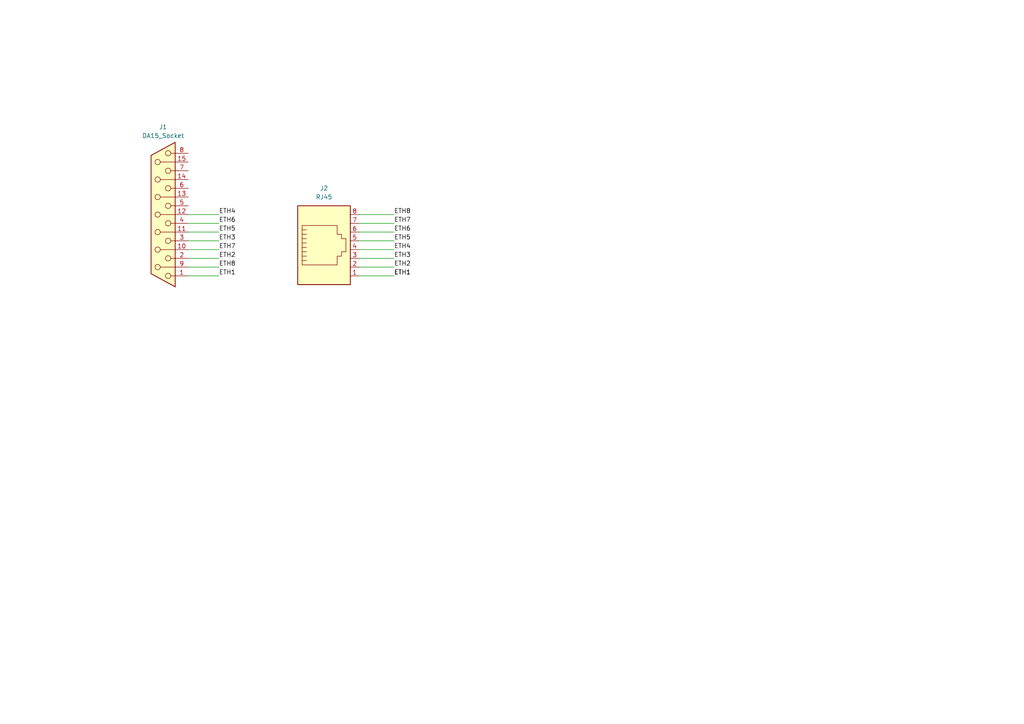
<source format=kicad_sch>
(kicad_sch (version 20250114) (generator "eeschema") (generator_version "9.0")
  (paper "A4")
  (lib_symbols
    (symbol "Connector:DA15_Socket" (pin_names (offset 1.016) (hide yes))
      (property "Reference" "J" (at 0.508 21.59 0))
      (property "Value" "DA15_Socket" (at 0 -22.225 0))
      (symbol "DA15_Socket_0_1"
        (polyline (pts (xy -3.81 20.955) (xy 3.175 17.145) (xy 3.175 -17.145) (xy -3.81 -20.955) (xy -3.81 20.955)) (stroke (width 0.254)) (fill (type background)))
        (polyline (pts (xy -3.81 17.78) (xy -2.54 17.78)))
        (polyline (pts (xy -3.81 15.24) (xy 0.508 15.24)))
        (polyline (pts (xy -3.81 12.7) (xy -2.54 12.7)))
        (polyline (pts (xy -3.81 10.16) (xy 0.508 10.16)))
        (polyline (pts (xy -3.81 7.62) (xy -2.54 7.62)))
        (polyline (pts (xy -3.81 5.08) (xy 0.508 5.08)))
        (polyline (pts (xy -3.81 2.54) (xy -2.54 2.54)))
        (polyline (pts (xy -3.81 0) (xy 0.508 0)))
        (polyline (pts (xy -3.81 -2.54) (xy -2.54 -2.54)))
        (polyline (pts (xy -3.81 -5.08) (xy 0.508 -5.08)))
        (polyline (pts (xy -3.81 -7.62) (xy -2.54 -7.62)))
        (polyline (pts (xy -3.81 -10.16) (xy 0.508 -10.16)))
        (polyline (pts (xy -3.81 -12.7) (xy -2.54 -12.7)))
        (polyline (pts (xy -3.81 -15.24) (xy 0.508 -15.24)))
        (polyline (pts (xy -3.81 -17.78) (xy -2.54 -17.78)))
        (circle (center -1.778 17.78) (radius 0.762))
        (circle (center -1.778 12.7) (radius 0.762))
        (circle (center -1.778 7.62) (radius 0.762))
        (circle (center -1.778 2.54) (radius 0.762))
        (circle (center -1.778 -2.54) (radius 0.762))
        (circle (center -1.778 -7.62) (radius 0.762))
        (circle (center -1.778 -12.7) (radius 0.762))
        (circle (center -1.778 -17.78) (radius 0.762))
        (circle (center 1.27 15.24) (radius 0.762))
        (circle (center 1.27 10.16) (radius 0.762))
        (circle (center 1.27 5.08) (radius 0.762))
        (circle (center 1.27 0) (radius 0.762))
        (circle (center 1.27 -5.08) (radius 0.762))
        (circle (center 1.27 -10.16) (radius 0.762))
        (circle (center 1.27 -15.24) (radius 0.762))
      )
      (symbol "DA15_Socket_1_1"
        (pin passive line (at -7.62 17.78 0) (length 3.81) (name "1") (number "1"))
        (pin passive line (at -7.62 15.24 0) (length 3.81) (name "P9") (number "9"))
        (pin passive line (at -7.62 12.7 0) (length 3.81) (name "2") (number "2"))
        (pin passive line (at -7.62 10.16 0) (length 3.81) (name "P10") (number "10"))
        (pin passive line (at -7.62 7.62 0) (length 3.81) (name "3") (number "3"))
        (pin passive line (at -7.62 5.08 0) (length 3.81) (name "P111") (number "11"))
        (pin passive line (at -7.62 2.54 0) (length 3.81) (name "4") (number "4"))
        (pin passive line (at -7.62 0 0) (length 3.81) (name "P12") (number "12"))
        (pin passive line (at -7.62 -2.54 0) (length 3.81) (name "5") (number "5"))
        (pin passive line (at -7.62 -5.08 0) (length 3.81) (name "P13") (number "13"))
        (pin passive line (at -7.62 -7.62 0) (length 3.81) (name "6") (number "6"))
        (pin passive line (at -7.62 -10.16 0) (length 3.81) (name "P14") (number "14"))
        (pin passive line (at -7.62 -12.7 0) (length 3.81) (name "7") (number "7"))
        (pin passive line (at -7.62 -15.24 0) (length 3.81) (name "P15") (number "15"))
        (pin passive line (at -7.62 -17.78 0) (length 3.81) (name "8") (number "8"))
      )
    )
    (symbol "Connector:RJ45" (pin_names (offset 1.016))
      (property "Reference" "J" (at -5.08 13.97 0))
      (property "Value" "RJ45" (at 2.54 13.97 0))
      (symbol "RJ45_0_1"
        (polyline (pts (xy -6.35 1.905) (xy -5.08 1.905) (xy -5.08 1.905)))
        (polyline (pts (xy -6.35 0.635) (xy -5.08 0.635) (xy -5.08 0.635)))
        (polyline (pts (xy -6.35 -0.635) (xy -5.08 -0.635) (xy -5.08 -0.635)))
        (polyline (pts (xy -6.35 -1.905) (xy -5.08 -1.905) (xy -5.08 -1.905)))
        (polyline (pts (xy -6.35 -3.175) (xy -5.08 -3.175) (xy -5.08 -3.175)))
        (polyline (pts (xy -6.35 -4.445) (xy -6.35 6.985) (xy 3.81 6.985) (xy 3.81 4.445) (xy 5.08 4.445) (xy 5.08 3.175) (xy 6.35 3.175) (xy 6.35 -0.635) (xy 5.08 -0.635) (xy 5.08 -1.905) (xy 3.81 -1.905) (xy 3.81 -4.445) (xy -6.35 -4.445) (xy -6.35 -4.445)))
        (polyline (pts (xy -5.08 5.715) (xy -6.35 5.715)))
        (polyline (pts (xy -5.08 4.445) (xy -6.35 4.445)))
        (polyline (pts (xy -5.08 3.175) (xy -6.35 3.175) (xy -6.35 3.175)))
        (rectangle (start 7.62 12.7) (end -7.62 -10.16) (stroke (width 0.254)) (fill (type background)))
      )
      (symbol "RJ45_1_1"
        (pin passive line (at 10.16 10.16 180) (length 2.54) (name "~") (number "8"))
        (pin passive line (at 10.16 7.62 180) (length 2.54) (name "~") (number "7"))
        (pin passive line (at 10.16 5.08 180) (length 2.54) (name "~") (number "6"))
        (pin passive line (at 10.16 2.54 180) (length 2.54) (name "~") (number "5"))
        (pin passive line (at 10.16 0 180) (length 2.54) (name "~") (number "4"))
        (pin passive line (at 10.16 -2.54 180) (length 2.54) (name "~") (number "3"))
        (pin passive line (at 10.16 -5.08 180) (length 2.54) (name "~") (number "2"))
        (pin passive line (at 10.16 -7.62 180) (length 2.54) (name "~") (number "1"))
      )
    )
  )
  (wire (pts (xy 54.61 67.31) (xy 63.5 67.31)))
  (wire (pts (xy 54.61 64.77) (xy 63.5 64.77)))
  (wire (pts (xy 54.61 69.85) (xy 63.5 69.85)))
  (wire (pts (xy 54.61 77.47) (xy 63.5 77.47)))
  (wire (pts (xy 54.61 72.39) (xy 63.5 72.39)))
  (wire (pts (xy 104.14 74.93) (xy 114.3 74.93)))
  (wire (pts (xy 54.61 80.01) (xy 63.5 80.01)))
  (wire (pts (xy 104.14 69.85) (xy 114.3 69.85)))
  (wire (pts (xy 54.61 62.23) (xy 63.5 62.23)))
  (wire (pts (xy 104.14 64.77) (xy 114.3 64.77)))
  (wire (pts (xy 104.14 72.39) (xy 114.3 72.39)))
  (wire (pts (xy 104.14 62.23) (xy 114.3 62.23)))
  (wire (pts (xy 104.14 67.31) (xy 114.3 67.31)))
  (wire (pts (xy 104.14 80.01) (xy 114.3 80.01)))
  (wire (pts (xy 54.61 74.93) (xy 63.5 74.93)))
  (wire (pts (xy 104.14 77.47) (xy 114.3 77.47)))
  (label "ETH1" (at 114.3 80.01 0))
  (label "ETH8" (at 114.3 62.23 0))
  (label "ETH1" (at 114.3 80.01 0))
  (label "ETH7" (at 63.5 72.39 0))
  (label "ETH3" (at 63.5 69.85 0))
  (label "ETH2" (at 63.5 74.93 0))
  (label "ETH1" (at 63.5 80.01 0))
  (label "ETH7" (at 114.3 64.77 0))
  (label "ETH6" (at 63.5 64.77 0))
  (label "ETH5" (at 114.3 69.85 0))
  (label "ETH2" (at 114.3 77.47 0))
  (label "ETH3" (at 114.3 74.93 0))
  (label "ETH8" (at 63.5 77.47 0))
  (label "ETH5" (at 63.5 67.31 0))
  (label "ETH6" (at 114.3 67.31 0))
  (label "ETH4" (at 114.3 72.39 0))
  (label "ETH4" (at 63.5 62.23 0))
  (symbol (lib_id "Connector:RJ45") (at 93.98 72.39 0) (unit 1)
    (property "Reference" "J2" (at 93.98 54.61 0))
    (property "Value" "RJ45" (at 93.98 57.15 0))
    (property "Footprint" "Connector_RJ:RJ45_OST_PJ012-8P8CX_Vertical" (effects (hide yes)))
    (property "Description" "RJ connector, 8P8C (8 positions 8 connected)" (effects (hide yes)))
  )
  (symbol (lib_id "Connector:DA15_Socket") (at 46.99 62.23 180) (unit 1)
    (property "Reference" "J1" (at 47.3075 36.83 0))
    (property "Value" "DA15_Socket" (at 47.3075 39.37 0))
    (property "Footprint" "Connector_Dsub:DSUB-15_Socket_Vertical_P2.77x2.84mm" (effects (hide yes)))
    (property "Description" "15-pin D-SUB connector, socket (female) (low-density/2 columns)" (effects (hide yes)))
  )
)
</source>
